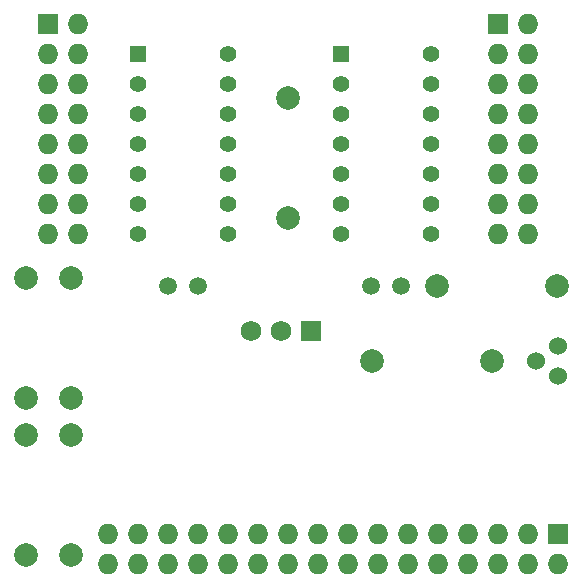
<source format=gts>
%FSLAX34Y34*%
G04 Gerber Fmt 3.4, Leading zero omitted, Abs format*
G04 (created by PCBNEW (2014-jan-25)-product) date Sun 06 Jul 2014 08:11:15 PM PDT*
%MOIN*%
G01*
G70*
G90*
G04 APERTURE LIST*
%ADD10C,0.003937*%
%ADD11C,0.059100*%
%ADD12R,0.068000X0.068000*%
%ADD13O,0.068000X0.068000*%
%ADD14C,0.060000*%
%ADD15C,0.078700*%
%ADD16R,0.055000X0.055000*%
%ADD17C,0.055000*%
%ADD18C,0.068000*%
G04 APERTURE END LIST*
G54D10*
G54D11*
X37000Y-50250D03*
X36000Y-50250D03*
X43750Y-50250D03*
X42750Y-50250D03*
G54D12*
X32000Y-41500D03*
G54D13*
X33000Y-41500D03*
X32000Y-42500D03*
X33000Y-42500D03*
X32000Y-43500D03*
X33000Y-43500D03*
X32000Y-44500D03*
X33000Y-44500D03*
X32000Y-45500D03*
X33000Y-45500D03*
X32000Y-46500D03*
X33000Y-46500D03*
X32000Y-47500D03*
X33000Y-47500D03*
X32000Y-48500D03*
X33000Y-48500D03*
G54D12*
X47000Y-41500D03*
G54D13*
X48000Y-41500D03*
X47000Y-42500D03*
X48000Y-42500D03*
X47000Y-43500D03*
X48000Y-43500D03*
X47000Y-44500D03*
X48000Y-44500D03*
X47000Y-45500D03*
X48000Y-45500D03*
X47000Y-46500D03*
X48000Y-46500D03*
X47000Y-47500D03*
X48000Y-47500D03*
X47000Y-48500D03*
X48000Y-48500D03*
G54D12*
X49000Y-58500D03*
G54D13*
X49000Y-59500D03*
X48000Y-58500D03*
X48000Y-59500D03*
X47000Y-58500D03*
X47000Y-59500D03*
X46000Y-58500D03*
X46000Y-59500D03*
X45000Y-58500D03*
X45000Y-59500D03*
X44000Y-58500D03*
X44000Y-59500D03*
X43000Y-58500D03*
X43000Y-59500D03*
X42000Y-58500D03*
X42000Y-59500D03*
X41000Y-58500D03*
X41000Y-59500D03*
X40000Y-58500D03*
X40000Y-59500D03*
X39000Y-58500D03*
X39000Y-59500D03*
X38000Y-58500D03*
X38000Y-59500D03*
X37000Y-58500D03*
X37000Y-59500D03*
X36000Y-58500D03*
X36000Y-59500D03*
X35000Y-58500D03*
X35000Y-59500D03*
X34000Y-58500D03*
X34000Y-59500D03*
G54D14*
X49000Y-53250D03*
X48250Y-52750D03*
X49000Y-52250D03*
G54D15*
X31250Y-53969D03*
X31250Y-49969D03*
X31250Y-59219D03*
X31250Y-55219D03*
X32750Y-53969D03*
X32750Y-49969D03*
X32750Y-59219D03*
X32750Y-55219D03*
X48969Y-50250D03*
X44969Y-50250D03*
X42781Y-52750D03*
X46781Y-52750D03*
X40000Y-47969D03*
X40000Y-43969D03*
G54D16*
X41750Y-42500D03*
G54D17*
X41750Y-43500D03*
X41750Y-44500D03*
X41750Y-45500D03*
X41750Y-46500D03*
X41750Y-47500D03*
X41750Y-48500D03*
X44750Y-48500D03*
X44750Y-47500D03*
X44750Y-46500D03*
X44750Y-45500D03*
X44750Y-44500D03*
X44750Y-43500D03*
X44750Y-42500D03*
G54D16*
X35000Y-42500D03*
G54D17*
X35000Y-43500D03*
X35000Y-44500D03*
X35000Y-45500D03*
X35000Y-46500D03*
X35000Y-47500D03*
X35000Y-48500D03*
X38000Y-48500D03*
X38000Y-47500D03*
X38000Y-46500D03*
X38000Y-45500D03*
X38000Y-44500D03*
X38000Y-43500D03*
X38000Y-42500D03*
G54D12*
X40750Y-51750D03*
G54D18*
X39750Y-51750D03*
X38750Y-51750D03*
M02*

</source>
